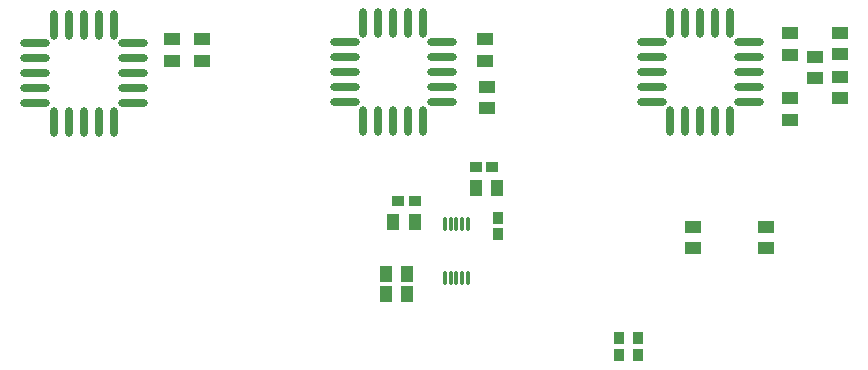
<source format=gtp>
G04*
G04 #@! TF.GenerationSoftware,Altium Limited,Altium Designer,18.1.11 (251)*
G04*
G04 Layer_Color=8421504*
%FSLAX25Y25*%
%MOIN*%
G70*
G01*
G75*
%ADD15R,0.05315X0.03937*%
%ADD16O,0.02559X0.09843*%
%ADD17O,0.09843X0.02559*%
%ADD18R,0.03740X0.04331*%
%ADD19R,0.03937X0.05315*%
%ADD20R,0.04331X0.03740*%
%ADD21O,0.01378X0.05315*%
D15*
X289370Y84646D02*
D03*
Y91732D02*
D03*
X305906Y91713D02*
D03*
Y98799D02*
D03*
Y113484D02*
D03*
Y106398D02*
D03*
X297638Y105512D02*
D03*
Y98425D02*
D03*
X289370Y113386D02*
D03*
Y106299D02*
D03*
X187795Y111417D02*
D03*
Y104331D02*
D03*
X281339Y48819D02*
D03*
Y41732D02*
D03*
X257087Y48819D02*
D03*
Y41732D02*
D03*
X83465Y111417D02*
D03*
Y104331D02*
D03*
X93307D02*
D03*
Y111417D02*
D03*
X188189Y95669D02*
D03*
Y88583D02*
D03*
D16*
X269449Y84252D02*
D03*
X264449D02*
D03*
X259449D02*
D03*
X254449D02*
D03*
X249449D02*
D03*
Y116732D02*
D03*
X254449D02*
D03*
X259449D02*
D03*
X264449D02*
D03*
X269449D02*
D03*
X167087D02*
D03*
X162087D02*
D03*
X157087D02*
D03*
X152087D02*
D03*
X147087D02*
D03*
Y84252D02*
D03*
X152087D02*
D03*
X157087D02*
D03*
X162087D02*
D03*
X167087D02*
D03*
X64055Y83858D02*
D03*
X59055D02*
D03*
X54055D02*
D03*
X49055D02*
D03*
X44055D02*
D03*
Y116339D02*
D03*
X49055D02*
D03*
X54055D02*
D03*
X59055D02*
D03*
X64055D02*
D03*
D17*
X243209Y90492D02*
D03*
Y95492D02*
D03*
Y100492D02*
D03*
Y105492D02*
D03*
Y110492D02*
D03*
X275689D02*
D03*
Y105492D02*
D03*
Y100492D02*
D03*
Y95492D02*
D03*
Y90492D02*
D03*
X173327D02*
D03*
Y95492D02*
D03*
Y100492D02*
D03*
Y105492D02*
D03*
Y110492D02*
D03*
X140847D02*
D03*
Y105492D02*
D03*
Y100492D02*
D03*
Y95492D02*
D03*
Y90492D02*
D03*
X37815Y90098D02*
D03*
Y95098D02*
D03*
Y100098D02*
D03*
Y105098D02*
D03*
Y110098D02*
D03*
X70295D02*
D03*
Y105098D02*
D03*
Y100098D02*
D03*
Y95098D02*
D03*
Y90098D02*
D03*
D18*
X192126Y46457D02*
D03*
Y51968D02*
D03*
X238583Y11811D02*
D03*
Y6299D02*
D03*
X232283Y11811D02*
D03*
Y6299D02*
D03*
D19*
X161707Y26378D02*
D03*
X154621D02*
D03*
X161811Y33071D02*
D03*
X154724D02*
D03*
X157087Y50394D02*
D03*
X164173D02*
D03*
X191732Y61811D02*
D03*
X184646D02*
D03*
D20*
X164173Y57480D02*
D03*
X158661D02*
D03*
X184646Y68898D02*
D03*
X190157D02*
D03*
D21*
X182101Y49902D02*
D03*
X180132D02*
D03*
X178164D02*
D03*
X176196D02*
D03*
X174227D02*
D03*
X182101Y31988D02*
D03*
X180132D02*
D03*
X178164D02*
D03*
X176196D02*
D03*
X174227D02*
D03*
M02*

</source>
